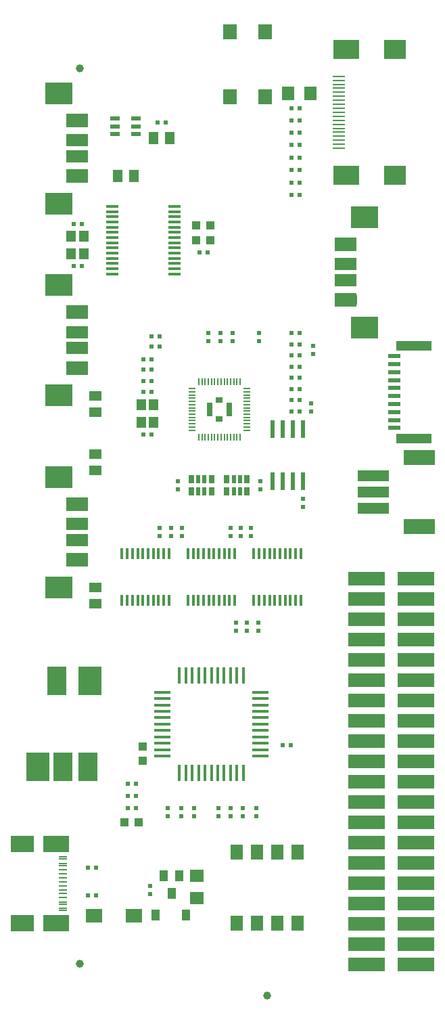
<source format=gbr>
%TF.GenerationSoftware,KiCad,Pcbnew,7.0.11-7.0.11~ubuntu22.04.1*%
%TF.CreationDate,2024-05-21T14:55:31+03:00*%
%TF.ProjectId,Neo6502PC-CPU_Rev_B,4e656f36-3530-4325-9043-2d4350555f52,B*%
%TF.SameCoordinates,PX365c040PY8f0d180*%
%TF.FileFunction,Paste,Bot*%
%TF.FilePolarity,Positive*%
%FSLAX46Y46*%
G04 Gerber Fmt 4.6, Leading zero omitted, Abs format (unit mm)*
G04 Created by KiCad (PCBNEW 7.0.11-7.0.11~ubuntu22.04.1) date 2024-05-21 14:55:31*
%MOMM*%
%LPD*%
G01*
G04 APERTURE LIST*
G04 Aperture macros list*
%AMRoundRect*
0 Rectangle with rounded corners*
0 $1 Rounding radius*
0 $2 $3 $4 $5 $6 $7 $8 $9 X,Y pos of 4 corners*
0 Add a 4 corners polygon primitive as box body*
4,1,4,$2,$3,$4,$5,$6,$7,$8,$9,$2,$3,0*
0 Add four circle primitives for the rounded corners*
1,1,$1+$1,$2,$3*
1,1,$1+$1,$4,$5*
1,1,$1+$1,$6,$7*
1,1,$1+$1,$8,$9*
0 Add four rect primitives between the rounded corners*
20,1,$1+$1,$2,$3,$4,$5,0*
20,1,$1+$1,$4,$5,$6,$7,0*
20,1,$1+$1,$6,$7,$8,$9,0*
20,1,$1+$1,$8,$9,$2,$3,0*%
G04 Aperture macros list end*
%ADD10R,0.500000X0.550000*%
%ADD11R,0.550000X0.500000*%
%ADD12C,1.000000*%
%ADD13R,1.016000X1.016000*%
%ADD14R,2.850000X3.550000*%
%ADD15R,2.450000X3.550000*%
%ADD16R,2.500000X3.000000*%
%ADD17R,2.100000X3.000000*%
%ADD18R,1.000000X1.400000*%
%ADD19R,1.200000X1.400000*%
%ADD20R,0.762000X1.016000*%
%ADD21R,0.508000X1.016000*%
%ADD22R,0.600000X2.200000*%
%ADD23R,0.886000X0.211000*%
%ADD24R,0.211000X0.886000*%
%ADD25R,0.800000X1.700000*%
%ADD26R,0.949200X0.800000*%
%ADD27R,0.350000X1.400000*%
%ADD28R,1.600000X1.800000*%
%ADD29R,1.800000X1.900000*%
%ADD30R,1.778000X1.524000*%
%ADD31R,3.200000X2.400000*%
%ADD32R,2.800000X2.400000*%
%ADD33R,1.580000X0.230000*%
%ADD34R,2.000000X0.400000*%
%ADD35R,0.400000X2.000000*%
%ADD36R,1.500000X1.900000*%
%ADD37R,3.900000X1.900000*%
%ADD38R,3.900000X1.400000*%
%ADD39R,3.400000X2.800000*%
%ADD40R,2.800000X1.800000*%
%ADD41R,2.800000X1.500000*%
%ADD42R,2.000000X1.000000*%
%ADD43RoundRect,0.250000X1.000000X-0.500000X1.000000X0.500000X-1.000000X0.500000X-1.000000X-0.500000X0*%
%ADD44R,1.524000X1.270000*%
%ADD45R,1.270000X1.524000*%
%ADD46RoundRect,0.250000X-1.000000X0.500000X-1.000000X-0.500000X1.000000X-0.500000X1.000000X0.500000X0*%
%ADD47R,4.500000X1.200000*%
%ADD48R,1.550000X0.500000*%
%ADD49R,1.200000X0.550000*%
%ADD50R,3.200000X2.100000*%
%ADD51R,3.000000X2.100000*%
%ADD52R,2.200000X1.100000*%
%ADD53R,2.000000X1.100000*%
%ADD54R,1.130000X0.280000*%
%ADD55R,1.130000X0.230000*%
%ADD56R,4.550000X1.700000*%
%ADD57R,1.600000X0.325000*%
%ADD58R,2.000000X1.700000*%
G04 APERTURE END LIST*
D10*
X35390000Y33296260D03*
X34374000Y33296260D03*
D11*
X28151000Y83842260D03*
X28151000Y84858260D03*
X26627000Y83842260D03*
X26627000Y84858260D03*
D10*
X16008000Y26968000D03*
X14992000Y26968000D03*
X16008000Y28492000D03*
X14992000Y28492000D03*
D12*
X9000000Y118000000D03*
D13*
X16389000Y23666000D03*
X14611000Y23666000D03*
D10*
X16008000Y25444001D03*
X14992000Y25444001D03*
D14*
X3800000Y30600000D03*
D15*
X6100000Y41400000D03*
X6900000Y30600000D03*
X10000000Y30600000D03*
D14*
X10300000Y41400000D03*
D16*
X10300000Y41300000D03*
X3800000Y30700000D03*
D17*
X10000000Y30700000D03*
X6900000Y30700000D03*
X6100000Y41300000D03*
D11*
X17833001Y15743001D03*
X17833001Y14727001D03*
D18*
X19550040Y16977441D03*
X21452500Y16977441D03*
X20497460Y14767641D03*
D11*
X37930000Y76095260D03*
X37930000Y75079260D03*
D10*
X19007000Y83207260D03*
X17991000Y83207260D03*
D11*
X31580000Y66316260D03*
X31580000Y65300260D03*
X21292999Y66316260D03*
X21292999Y65300260D03*
D10*
X17991001Y80286260D03*
X16975001Y80286260D03*
D11*
X25103000Y83842260D03*
X25103000Y84858260D03*
X31453000Y83842260D03*
X31453000Y84858260D03*
D10*
X35517000Y76476260D03*
X36533000Y76476260D03*
X35517000Y77873260D03*
X36533000Y77873260D03*
X35517000Y84858260D03*
X36533000Y84858260D03*
X35517000Y83461261D03*
X36533000Y83461261D03*
X35517000Y82064259D03*
X36533000Y82064259D03*
X35517000Y75079261D03*
X36533000Y75079261D03*
X16975000Y72158261D03*
X17991000Y72158261D03*
X17991000Y77492260D03*
X16975000Y77492260D03*
D11*
X26373001Y25422260D03*
X26373001Y24406260D03*
X28531999Y47647260D03*
X28531999Y48663260D03*
X29929001Y47647260D03*
X29929001Y48663260D03*
X20404000Y60474260D03*
X20404000Y59458260D03*
X21801000Y60474260D03*
X21801000Y59458260D03*
X29167000Y60474260D03*
X29167000Y59458260D03*
X30437000Y60474260D03*
X30437000Y59458260D03*
D19*
X16683000Y73725259D03*
X18283000Y75925259D03*
X18283000Y73725259D03*
X16683000Y75925259D03*
D11*
X36914000Y63141260D03*
X36914000Y64157260D03*
D10*
X19007001Y84477260D03*
X17991001Y84477260D03*
X16975000Y78889259D03*
X17991000Y78889259D03*
X36533000Y80667260D03*
X35517000Y80667260D03*
X36533000Y79270260D03*
X35517000Y79270260D03*
D11*
X38250000Y82242000D03*
X38250000Y83258000D03*
X21674000Y25422260D03*
X21674000Y24406260D03*
X20023000Y25422260D03*
X20023000Y24406260D03*
X31072000Y25422260D03*
X31072000Y24406260D03*
X29421000Y25422260D03*
X29421000Y24406260D03*
X27897000Y59458260D03*
X27897000Y60474260D03*
X31326000Y48663260D03*
X31326000Y47647260D03*
D20*
X27389000Y66570260D03*
X27389000Y65046260D03*
D21*
X28278000Y66570260D03*
X28278000Y65046260D03*
X29040000Y66570260D03*
X29040000Y65046260D03*
D20*
X29929000Y66570260D03*
X29929000Y65046260D03*
X22944000Y66570260D03*
X22944000Y65046260D03*
D21*
X23833000Y66570260D03*
X23833000Y65046260D03*
X24595000Y66570260D03*
X24595000Y65046260D03*
D20*
X25484000Y66570260D03*
X25484000Y65046260D03*
D22*
X36914000Y66383260D03*
X35644000Y66383260D03*
X34374000Y66383260D03*
X33104000Y66383260D03*
X33104000Y72853260D03*
X34374000Y72853260D03*
X35644000Y72853260D03*
X36914000Y72853260D03*
D23*
X29932500Y72733260D03*
X29932500Y73133260D03*
X29932500Y73533260D03*
X29932500Y73933260D03*
X29932500Y74333260D03*
X29932500Y74733260D03*
X29932500Y75133260D03*
X29932500Y75533260D03*
X29932500Y75933260D03*
X29932500Y76333260D03*
X29932500Y76733260D03*
X29932500Y77133260D03*
X29932500Y77533260D03*
X29932500Y77933260D03*
D24*
X29095000Y71895760D03*
X29095000Y78770760D03*
X28695000Y71895760D03*
X28695000Y78770760D03*
X28295000Y71895760D03*
X28295000Y78770760D03*
X27895000Y71895760D03*
X27895000Y78770760D03*
D25*
X27688800Y75333260D03*
D24*
X27495000Y71895760D03*
X27495000Y78770760D03*
X27095000Y71895760D03*
X27095000Y78770760D03*
X26695000Y71895760D03*
X26695000Y78770760D03*
D26*
X26495000Y74139460D03*
X26495000Y76527060D03*
D24*
X26295000Y71895760D03*
X26295000Y78770760D03*
X25895000Y71895760D03*
X25895000Y78770760D03*
X25495000Y71895760D03*
X25495000Y78770760D03*
D25*
X25301200Y75333260D03*
D24*
X25095000Y71895760D03*
X25095000Y78770760D03*
X24695000Y71895760D03*
X24695000Y78770760D03*
X24295000Y71895760D03*
X24295000Y78770760D03*
X23895000Y71895760D03*
X23895000Y78770760D03*
D23*
X23057500Y72733260D03*
X23057500Y73133260D03*
X23057500Y73533260D03*
X23057500Y73933260D03*
X23057500Y74333260D03*
X23057500Y74733260D03*
X23057500Y75133260D03*
X23057500Y75533260D03*
X23057500Y75933260D03*
X23057500Y76333260D03*
X23057500Y76733260D03*
X23057500Y77133260D03*
X23057500Y77533260D03*
X23057500Y77933260D03*
D27*
X28408999Y51478260D03*
X27758999Y51478260D03*
X27108999Y51478260D03*
X26458999Y51478260D03*
X25808999Y51478260D03*
X25158999Y51478260D03*
X24508999Y51478260D03*
X23858999Y51478260D03*
X23208999Y51478260D03*
X22558999Y51478260D03*
X22558999Y57278260D03*
X23208999Y57278260D03*
X23858999Y57278260D03*
X24508999Y57278260D03*
X25158999Y57278260D03*
X25808999Y57278260D03*
X26458999Y57278260D03*
X27108999Y57278260D03*
X27758999Y57278260D03*
X28408999Y57278260D03*
X30814000Y57278260D03*
X31464000Y57278260D03*
X32114000Y57278260D03*
X32764000Y57278260D03*
X33414000Y57278260D03*
X34064000Y57278260D03*
X34714000Y57278260D03*
X35364000Y57278260D03*
X36014000Y57278260D03*
X36664000Y57278260D03*
X36664000Y51478260D03*
X36014000Y51478260D03*
X35364000Y51478260D03*
X34714000Y51478260D03*
X34064000Y51478260D03*
X33414000Y51478260D03*
X32764000Y51478260D03*
X32114000Y51478260D03*
X31464000Y51478260D03*
X30814000Y51478260D03*
D10*
X35484000Y113000000D03*
X36500000Y113000000D03*
X35484000Y108428000D03*
X36500000Y108428000D03*
X35484000Y106820000D03*
X36500000Y106820000D03*
X35484000Y105296000D03*
X36500000Y105296000D03*
D12*
X32500000Y2000000D03*
D11*
X19007000Y59458260D03*
X19007000Y60474260D03*
D28*
X35100000Y114905000D03*
X37900000Y114905000D03*
D29*
X27800000Y114400000D03*
X32200000Y114400000D03*
X27800000Y122600000D03*
X32200000Y122600000D03*
D30*
X23675000Y14219001D03*
X23675000Y17013001D03*
D31*
X42400000Y104650000D03*
D32*
X48450000Y104650000D03*
D31*
X42400000Y120350000D03*
D32*
X48450000Y120350000D03*
D33*
X41450000Y108000000D03*
X41450000Y108500000D03*
X41450000Y109000000D03*
X41450000Y109500000D03*
X41450000Y110000000D03*
X41450000Y110500000D03*
X41450000Y111000000D03*
X41450000Y111500000D03*
X41450000Y112000000D03*
X41450000Y112500000D03*
X41450000Y113000000D03*
X41450000Y113500000D03*
X41450000Y114000000D03*
X41450000Y114500000D03*
X41450000Y115000000D03*
X41450000Y115500000D03*
X41450000Y116000000D03*
X41450000Y116500000D03*
X41450000Y117000000D03*
D10*
X35484000Y103688000D03*
X36500000Y103688000D03*
X35484001Y102164000D03*
X36500001Y102164000D03*
X35484000Y109952000D03*
X36500000Y109952000D03*
X35484000Y111475999D03*
X36500000Y111475999D03*
X17991000Y81556260D03*
X16975000Y81556260D03*
D27*
X20154000Y51478260D03*
X19504000Y51478260D03*
X18854000Y51478260D03*
X18204000Y51478260D03*
X17554000Y51478260D03*
X16904000Y51478260D03*
X16254000Y51478260D03*
X15604000Y51478260D03*
X14954000Y51478260D03*
X14304000Y51478260D03*
X14304000Y57278260D03*
X14954000Y57278260D03*
X15604000Y57278260D03*
X16254000Y57278260D03*
X16904000Y57278260D03*
X17554000Y57278260D03*
X18204000Y57278260D03*
X18854000Y57278260D03*
X19504000Y57278260D03*
X20154000Y57278260D03*
D12*
X9000000Y6000000D03*
D34*
X19384000Y31963260D03*
X19384000Y32763260D03*
X19384000Y33563260D03*
X19384000Y34363260D03*
X19384000Y35163260D03*
X19384000Y35963260D03*
X19384000Y36763260D03*
X19384000Y37563260D03*
X19384000Y38363260D03*
X19384000Y39163260D03*
X19384000Y39963260D03*
D35*
X21484000Y42063260D03*
X22284000Y42063260D03*
X23084000Y42063260D03*
X23884000Y42063260D03*
X24684000Y42063260D03*
X25484000Y42063260D03*
X26284000Y42063260D03*
X27084000Y42063260D03*
X27884000Y42063260D03*
X28684000Y42063260D03*
X29484000Y42063260D03*
D34*
X31584000Y39963260D03*
X31584000Y39163260D03*
X31584000Y38363260D03*
X31584000Y37563260D03*
X31584000Y36763260D03*
X31584000Y35963260D03*
X31584000Y35163260D03*
X31584000Y34363260D03*
X31584000Y33563260D03*
X31584000Y32763260D03*
X31584000Y31963260D03*
D35*
X29484000Y29863260D03*
X28684000Y29863260D03*
X27884000Y29863260D03*
X27084000Y29863260D03*
X26284000Y29863260D03*
X25484000Y29863260D03*
X24684000Y29863260D03*
X23884000Y29863260D03*
X23084000Y29863260D03*
X22284000Y29863260D03*
X21484000Y29863260D03*
D18*
X22273002Y12060000D03*
X18473002Y12060000D03*
D13*
X16848000Y33169260D03*
X16848000Y31391260D03*
D11*
X27897000Y24406260D03*
X27897000Y25422260D03*
D36*
X28690000Y19950000D03*
X28690000Y11050000D03*
X31230000Y19950000D03*
X31230000Y11050000D03*
X33770000Y19950000D03*
X33770000Y11050000D03*
X36310000Y19950000D03*
X36310000Y11050000D03*
D11*
X23325000Y25422260D03*
X23325000Y24406260D03*
D37*
X51500000Y69350000D03*
D38*
X45800000Y67000000D03*
X45800000Y65000000D03*
X45800000Y63000000D03*
D37*
X51500000Y60650000D03*
D39*
X6350000Y101100000D03*
D40*
X8700000Y104500000D03*
D41*
X8700000Y107000000D03*
X8700000Y109000000D03*
D40*
X8700000Y111500000D03*
D39*
X6350000Y114900000D03*
D42*
X8550000Y104500000D03*
X8550000Y107000000D03*
X8550000Y109000000D03*
D43*
X8550000Y111500000D03*
D44*
X11000000Y67734000D03*
X11000000Y69766000D03*
X11000000Y74984000D03*
X11000000Y77016000D03*
D45*
X18234000Y109250000D03*
X20266000Y109250000D03*
D10*
X23992000Y95000000D03*
X25008000Y95000000D03*
D45*
X15766000Y104500000D03*
X13734000Y104500000D03*
D39*
X44650000Y99400000D03*
D40*
X42300000Y96000000D03*
D41*
X42300000Y93500000D03*
X42300000Y91500000D03*
D40*
X42300000Y89000000D03*
D39*
X44650000Y85600000D03*
D42*
X42450000Y96000000D03*
X42450000Y93500000D03*
X42450000Y91500000D03*
D46*
X42450000Y89000000D03*
D13*
X23611000Y98350000D03*
X25389000Y98350000D03*
D10*
X11008000Y14500000D03*
X9992000Y14500000D03*
D39*
X6350000Y53100000D03*
D40*
X8700000Y56500000D03*
D41*
X8700000Y59000000D03*
X8700000Y61000000D03*
D40*
X8700000Y63500000D03*
D39*
X6350000Y66900000D03*
D42*
X8550000Y56500000D03*
X8550000Y59000000D03*
X8550000Y61000000D03*
D43*
X8550000Y63500000D03*
D10*
X9258000Y98500000D03*
X8242000Y98500000D03*
D47*
X50875000Y83300000D03*
X50875000Y71700000D03*
D48*
X48400000Y82000000D03*
X48400000Y81000000D03*
X48400000Y80000000D03*
X48400000Y79000000D03*
X48400000Y78000000D03*
X48400000Y77000000D03*
X48400000Y76000000D03*
X48400000Y75000000D03*
X48400000Y74000000D03*
X48400000Y73000000D03*
D39*
X6350000Y77100000D03*
D40*
X8700000Y80500000D03*
D41*
X8700000Y83000000D03*
X8700000Y85000000D03*
D40*
X8700000Y87500000D03*
D39*
X6350000Y90900000D03*
D42*
X8550000Y80500000D03*
X8550000Y83000000D03*
X8550000Y85000000D03*
D43*
X8550000Y87500000D03*
D49*
X13449900Y109800000D03*
X13449900Y110750000D03*
X13449900Y111700000D03*
X16050100Y111700000D03*
X16050100Y110750000D03*
X16050100Y109800000D03*
D50*
X6030000Y11072400D03*
X6030000Y20927600D03*
D51*
X1850000Y11072400D03*
X1850000Y20927600D03*
D52*
X6030000Y11072400D03*
X6030000Y20927600D03*
D53*
X1850000Y11072400D03*
X1850000Y20927600D03*
D54*
X6932000Y12675000D03*
X6932000Y13475000D03*
D55*
X6932000Y14750000D03*
X6932000Y15750000D03*
X6932000Y16250000D03*
X6932000Y17250000D03*
D54*
X6932000Y18525000D03*
X6932000Y19325000D03*
X6932000Y19075000D03*
X6932000Y18275000D03*
D55*
X6932000Y17750000D03*
X6932000Y16750000D03*
X6932000Y15250000D03*
X6932000Y14250000D03*
D54*
X6932000Y13725000D03*
X6932000Y12925000D03*
D56*
X51125000Y54130000D03*
X44875000Y54130000D03*
X51125000Y51590000D03*
X44875000Y51590000D03*
X51125000Y49050000D03*
X44875000Y49050000D03*
X51125000Y46510000D03*
X44875000Y46510000D03*
X51125000Y43970000D03*
X44875000Y43970000D03*
X51125000Y41430000D03*
X44875000Y41430000D03*
X51125000Y38890000D03*
X44875000Y38890000D03*
X51125000Y36350000D03*
X44875000Y36350000D03*
X51125000Y33810000D03*
X44875000Y33810000D03*
X51125000Y31270000D03*
X44875000Y31270000D03*
X51125000Y28730000D03*
X44875000Y28730000D03*
X51125000Y26190000D03*
X44875000Y26190000D03*
X51125000Y23650000D03*
X44875000Y23650000D03*
X51125000Y21110000D03*
X44875000Y21110000D03*
X51125000Y18570000D03*
X44875000Y18570000D03*
X51125000Y16030000D03*
X44875000Y16030000D03*
X51125000Y13490000D03*
X44875000Y13490000D03*
X51125000Y10950000D03*
X44875000Y10950000D03*
X51125000Y8410000D03*
X44875000Y8410000D03*
X51125000Y5870000D03*
X44875000Y5870000D03*
D13*
X23611000Y96500000D03*
X25389000Y96500000D03*
D57*
X13100000Y92275000D03*
X13100000Y92925000D03*
X13100000Y93575000D03*
X13100000Y94225000D03*
X13100000Y94875000D03*
X13100000Y95525000D03*
X13100000Y96175000D03*
X13100000Y96825000D03*
X13100000Y97475000D03*
X13100000Y98125000D03*
X13100000Y98775000D03*
X13100000Y99425000D03*
X13100000Y100075000D03*
X13100000Y100725000D03*
X20900000Y100725000D03*
X20900000Y100075000D03*
X20900000Y99425000D03*
X20900000Y98775000D03*
X20900000Y98125000D03*
X20900000Y97475000D03*
X20900000Y96825000D03*
X20900000Y96175000D03*
X20900000Y95525000D03*
X20900000Y94875000D03*
X20900000Y94225000D03*
X20900000Y93575000D03*
X20900000Y92925000D03*
X20900000Y92275000D03*
D19*
X7950000Y94800000D03*
X9550000Y97000000D03*
X9550000Y94800000D03*
X7950000Y97000000D03*
D10*
X8242000Y93250000D03*
X9258000Y93250000D03*
D58*
X15750000Y12000000D03*
X10750000Y12000000D03*
D44*
X11000000Y50984000D03*
X11000000Y53016000D03*
D10*
X19758000Y111250000D03*
X18742000Y111250000D03*
X11008000Y18000000D03*
X9992000Y18000000D03*
M02*

</source>
